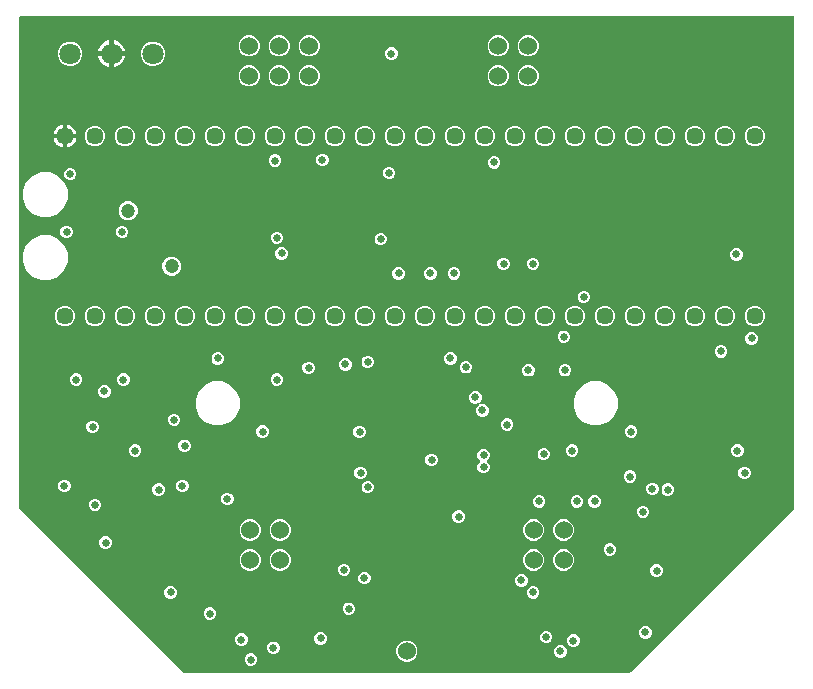
<source format=gbr>
G04 EAGLE Gerber RS-274X export*
G75*
%MOMM*%
%FSLAX34Y34*%
%LPD*%
%INCopper Layer 15*%
%IPPOS*%
%AMOC8*
5,1,8,0,0,1.08239X$1,22.5*%
G01*
%ADD10C,1.447800*%
%ADD11C,1.530000*%
%ADD12C,1.524000*%
%ADD13C,1.800000*%
%ADD14C,0.654000*%
%ADD15C,1.200000*%

G36*
X378852Y2014D02*
X378852Y2014D01*
X378949Y2019D01*
X378992Y2034D01*
X379037Y2041D01*
X379124Y2080D01*
X379215Y2112D01*
X379249Y2137D01*
X379294Y2157D01*
X379391Y2240D01*
X379464Y2293D01*
X517707Y140536D01*
X517764Y140613D01*
X517829Y140684D01*
X517849Y140725D01*
X517876Y140762D01*
X517910Y140852D01*
X517952Y140938D01*
X517958Y140980D01*
X517975Y141026D01*
X517985Y141153D01*
X517999Y141243D01*
X517999Y557000D01*
X517990Y557064D01*
X517991Y557128D01*
X517970Y557203D01*
X517959Y557279D01*
X517933Y557338D01*
X517916Y557400D01*
X517875Y557466D01*
X517843Y557536D01*
X517801Y557585D01*
X517768Y557640D01*
X517710Y557692D01*
X517660Y557750D01*
X517606Y557786D01*
X517558Y557829D01*
X517489Y557862D01*
X517424Y557905D01*
X517362Y557924D01*
X517305Y557952D01*
X517235Y557963D01*
X517154Y557987D01*
X517069Y557988D01*
X517000Y557999D01*
X-137000Y557999D01*
X-137064Y557990D01*
X-137128Y557991D01*
X-137203Y557970D01*
X-137279Y557959D01*
X-137338Y557933D01*
X-137400Y557916D01*
X-137466Y557875D01*
X-137536Y557843D01*
X-137585Y557801D01*
X-137640Y557768D01*
X-137692Y557710D01*
X-137750Y557660D01*
X-137786Y557606D01*
X-137829Y557558D01*
X-137862Y557489D01*
X-137905Y557424D01*
X-137924Y557362D01*
X-137952Y557305D01*
X-137963Y557235D01*
X-137987Y557154D01*
X-137988Y557069D01*
X-137999Y557000D01*
X-137999Y141243D01*
X-137986Y141148D01*
X-137981Y141051D01*
X-137966Y141008D01*
X-137959Y140963D01*
X-137920Y140876D01*
X-137888Y140785D01*
X-137863Y140751D01*
X-137843Y140706D01*
X-137760Y140609D01*
X-137707Y140536D01*
X536Y2293D01*
X613Y2236D01*
X684Y2171D01*
X725Y2151D01*
X762Y2124D01*
X852Y2090D01*
X938Y2048D01*
X980Y2042D01*
X1026Y2025D01*
X1153Y2015D01*
X1243Y2001D01*
X378757Y2001D01*
X378852Y2014D01*
G37*
%LPC*%
G36*
X-119779Y387699D02*
X-119779Y387699D01*
X-126763Y390592D01*
X-132108Y395937D01*
X-135001Y402920D01*
X-135001Y410479D01*
X-132108Y417463D01*
X-126763Y422808D01*
X-119779Y425701D01*
X-112221Y425701D01*
X-105237Y422808D01*
X-99892Y417463D01*
X-96999Y410479D01*
X-96999Y402920D01*
X-99892Y395937D01*
X-105237Y390592D01*
X-112221Y387699D01*
X-119779Y387699D01*
G37*
%LPD*%
%LPC*%
G36*
X-119779Y334299D02*
X-119779Y334299D01*
X-126763Y337192D01*
X-132108Y342537D01*
X-135001Y349520D01*
X-135001Y357079D01*
X-132108Y364063D01*
X-126763Y369408D01*
X-119779Y372301D01*
X-112221Y372301D01*
X-105237Y369408D01*
X-99892Y364063D01*
X-96999Y357079D01*
X-96999Y349520D01*
X-99892Y342537D01*
X-105237Y337192D01*
X-112221Y334299D01*
X-119779Y334299D01*
G37*
%LPD*%
%LPC*%
G36*
X26320Y211499D02*
X26320Y211499D01*
X19520Y214316D01*
X14316Y219520D01*
X11499Y226320D01*
X11499Y233680D01*
X14316Y240480D01*
X19520Y245684D01*
X26320Y248501D01*
X33680Y248501D01*
X40480Y245684D01*
X45684Y240480D01*
X48501Y233680D01*
X48501Y226320D01*
X45684Y219520D01*
X40480Y214316D01*
X33680Y211499D01*
X26320Y211499D01*
G37*
%LPD*%
%LPC*%
G36*
X346320Y211499D02*
X346320Y211499D01*
X339520Y214316D01*
X334316Y219520D01*
X331499Y226320D01*
X331499Y233680D01*
X334316Y240480D01*
X339520Y245684D01*
X346320Y248501D01*
X353680Y248501D01*
X360480Y245684D01*
X365684Y240480D01*
X368501Y233680D01*
X368501Y226320D01*
X365684Y219520D01*
X360480Y214316D01*
X353680Y211499D01*
X346320Y211499D01*
G37*
%LPD*%
%LPC*%
G36*
X-27043Y515729D02*
X-27043Y515729D01*
X-30818Y517293D01*
X-33707Y520182D01*
X-35271Y523957D01*
X-35271Y528043D01*
X-33707Y531818D01*
X-30818Y534707D01*
X-27043Y536271D01*
X-22957Y536271D01*
X-19182Y534707D01*
X-16293Y531818D01*
X-14729Y528043D01*
X-14729Y523957D01*
X-16293Y520182D01*
X-19182Y517293D01*
X-22957Y515729D01*
X-27043Y515729D01*
G37*
%LPD*%
%LPC*%
G36*
X-97043Y515729D02*
X-97043Y515729D01*
X-100818Y517293D01*
X-103707Y520182D01*
X-105271Y523957D01*
X-105271Y528043D01*
X-103707Y531818D01*
X-100818Y534707D01*
X-97043Y536271D01*
X-92957Y536271D01*
X-89182Y534707D01*
X-86293Y531818D01*
X-84729Y528043D01*
X-84729Y523957D01*
X-86293Y520182D01*
X-89182Y517293D01*
X-92957Y515729D01*
X-97043Y515729D01*
G37*
%LPD*%
%LPC*%
G36*
X290926Y523779D02*
X290926Y523779D01*
X287647Y525137D01*
X285137Y527647D01*
X283779Y530926D01*
X283779Y534474D01*
X285137Y537753D01*
X287647Y540263D01*
X290926Y541621D01*
X294474Y541621D01*
X297753Y540263D01*
X300263Y537753D01*
X301621Y534474D01*
X301621Y530926D01*
X300263Y527647D01*
X297753Y525137D01*
X294474Y523779D01*
X290926Y523779D01*
G37*
%LPD*%
%LPC*%
G36*
X265526Y523779D02*
X265526Y523779D01*
X262247Y525137D01*
X259737Y527647D01*
X258379Y530926D01*
X258379Y534474D01*
X259737Y537753D01*
X262247Y540263D01*
X265526Y541621D01*
X269074Y541621D01*
X272353Y540263D01*
X274863Y537753D01*
X276221Y534474D01*
X276221Y530926D01*
X274863Y527647D01*
X272353Y525137D01*
X269074Y523779D01*
X265526Y523779D01*
G37*
%LPD*%
%LPC*%
G36*
X105626Y523779D02*
X105626Y523779D01*
X102347Y525137D01*
X99837Y527647D01*
X98479Y530926D01*
X98479Y534474D01*
X99837Y537753D01*
X102347Y540263D01*
X105626Y541621D01*
X109174Y541621D01*
X112453Y540263D01*
X114963Y537753D01*
X116321Y534474D01*
X116321Y530926D01*
X114963Y527647D01*
X112453Y525137D01*
X109174Y523779D01*
X105626Y523779D01*
G37*
%LPD*%
%LPC*%
G36*
X80226Y523779D02*
X80226Y523779D01*
X76947Y525137D01*
X74437Y527647D01*
X73079Y530926D01*
X73079Y534474D01*
X74437Y537753D01*
X76947Y540263D01*
X80226Y541621D01*
X83774Y541621D01*
X87053Y540263D01*
X89563Y537753D01*
X90921Y534474D01*
X90921Y530926D01*
X89563Y527647D01*
X87053Y525137D01*
X83774Y523779D01*
X80226Y523779D01*
G37*
%LPD*%
%LPC*%
G36*
X54826Y523779D02*
X54826Y523779D01*
X51547Y525137D01*
X49037Y527647D01*
X47679Y530926D01*
X47679Y534474D01*
X49037Y537753D01*
X51547Y540263D01*
X54826Y541621D01*
X58374Y541621D01*
X61653Y540263D01*
X64163Y537753D01*
X65521Y534474D01*
X65521Y530926D01*
X64163Y527647D01*
X61653Y525137D01*
X58374Y523779D01*
X54826Y523779D01*
G37*
%LPD*%
%LPC*%
G36*
X105626Y498379D02*
X105626Y498379D01*
X102347Y499737D01*
X99837Y502247D01*
X98479Y505526D01*
X98479Y509074D01*
X99837Y512353D01*
X102347Y514863D01*
X105626Y516221D01*
X109174Y516221D01*
X112453Y514863D01*
X114963Y512353D01*
X116321Y509074D01*
X116321Y505526D01*
X114963Y502247D01*
X112453Y499737D01*
X109174Y498379D01*
X105626Y498379D01*
G37*
%LPD*%
%LPC*%
G36*
X80226Y498379D02*
X80226Y498379D01*
X76947Y499737D01*
X74437Y502247D01*
X73079Y505526D01*
X73079Y509074D01*
X74437Y512353D01*
X76947Y514863D01*
X80226Y516221D01*
X83774Y516221D01*
X87053Y514863D01*
X89563Y512353D01*
X90921Y509074D01*
X90921Y505526D01*
X89563Y502247D01*
X87053Y499737D01*
X83774Y498379D01*
X80226Y498379D01*
G37*
%LPD*%
%LPC*%
G36*
X54826Y498379D02*
X54826Y498379D01*
X51547Y499737D01*
X49037Y502247D01*
X47679Y505526D01*
X47679Y509074D01*
X49037Y512353D01*
X51547Y514863D01*
X54826Y516221D01*
X58374Y516221D01*
X61653Y514863D01*
X64163Y512353D01*
X65521Y509074D01*
X65521Y505526D01*
X64163Y502247D01*
X61653Y499737D01*
X58374Y498379D01*
X54826Y498379D01*
G37*
%LPD*%
%LPC*%
G36*
X290926Y498379D02*
X290926Y498379D01*
X287647Y499737D01*
X285137Y502247D01*
X283779Y505526D01*
X283779Y509074D01*
X285137Y512353D01*
X287647Y514863D01*
X290926Y516221D01*
X294474Y516221D01*
X297753Y514863D01*
X300263Y512353D01*
X301621Y509074D01*
X301621Y505526D01*
X300263Y502247D01*
X297753Y499737D01*
X294474Y498379D01*
X290926Y498379D01*
G37*
%LPD*%
%LPC*%
G36*
X265526Y498379D02*
X265526Y498379D01*
X262247Y499737D01*
X259737Y502247D01*
X258379Y505526D01*
X258379Y509074D01*
X259737Y512353D01*
X262247Y514863D01*
X265526Y516221D01*
X269074Y516221D01*
X272353Y514863D01*
X274863Y512353D01*
X276221Y509074D01*
X276221Y505526D01*
X274863Y502247D01*
X272353Y499737D01*
X269074Y498379D01*
X265526Y498379D01*
G37*
%LPD*%
%LPC*%
G36*
X320926Y88379D02*
X320926Y88379D01*
X317647Y89737D01*
X315137Y92247D01*
X313779Y95526D01*
X313779Y99074D01*
X315137Y102353D01*
X317647Y104863D01*
X320926Y106221D01*
X324474Y106221D01*
X327753Y104863D01*
X330263Y102353D01*
X331621Y99074D01*
X331621Y95526D01*
X330263Y92247D01*
X327753Y89737D01*
X324474Y88379D01*
X320926Y88379D01*
G37*
%LPD*%
%LPC*%
G36*
X320926Y113779D02*
X320926Y113779D01*
X317647Y115137D01*
X315137Y117647D01*
X313779Y120926D01*
X313779Y124474D01*
X315137Y127753D01*
X317647Y130263D01*
X320926Y131621D01*
X324474Y131621D01*
X327753Y130263D01*
X330263Y127753D01*
X331621Y124474D01*
X331621Y120926D01*
X330263Y117647D01*
X327753Y115137D01*
X324474Y113779D01*
X320926Y113779D01*
G37*
%LPD*%
%LPC*%
G36*
X295526Y113779D02*
X295526Y113779D01*
X292247Y115137D01*
X289737Y117647D01*
X288379Y120926D01*
X288379Y124474D01*
X289737Y127753D01*
X292247Y130263D01*
X295526Y131621D01*
X299074Y131621D01*
X302353Y130263D01*
X304863Y127753D01*
X306221Y124474D01*
X306221Y120926D01*
X304863Y117647D01*
X302353Y115137D01*
X299074Y113779D01*
X295526Y113779D01*
G37*
%LPD*%
%LPC*%
G36*
X80926Y113779D02*
X80926Y113779D01*
X77647Y115137D01*
X75137Y117647D01*
X73779Y120926D01*
X73779Y124474D01*
X75137Y127753D01*
X77647Y130263D01*
X80926Y131621D01*
X84474Y131621D01*
X87753Y130263D01*
X90263Y127753D01*
X91621Y124474D01*
X91621Y120926D01*
X90263Y117647D01*
X87753Y115137D01*
X84474Y113779D01*
X80926Y113779D01*
G37*
%LPD*%
%LPC*%
G36*
X55526Y113779D02*
X55526Y113779D01*
X52247Y115137D01*
X49737Y117647D01*
X48379Y120926D01*
X48379Y124474D01*
X49737Y127753D01*
X52247Y130263D01*
X55526Y131621D01*
X59074Y131621D01*
X62353Y130263D01*
X64863Y127753D01*
X66221Y124474D01*
X66221Y120926D01*
X64863Y117647D01*
X62353Y115137D01*
X59074Y113779D01*
X55526Y113779D01*
G37*
%LPD*%
%LPC*%
G36*
X295526Y88379D02*
X295526Y88379D01*
X292247Y89737D01*
X289737Y92247D01*
X288379Y95526D01*
X288379Y99074D01*
X289737Y102353D01*
X292247Y104863D01*
X295526Y106221D01*
X299074Y106221D01*
X302353Y104863D01*
X304863Y102353D01*
X306221Y99074D01*
X306221Y95526D01*
X304863Y92247D01*
X302353Y89737D01*
X299074Y88379D01*
X295526Y88379D01*
G37*
%LPD*%
%LPC*%
G36*
X80926Y88379D02*
X80926Y88379D01*
X77647Y89737D01*
X75137Y92247D01*
X73779Y95526D01*
X73779Y99074D01*
X75137Y102353D01*
X77647Y104863D01*
X80926Y106221D01*
X84474Y106221D01*
X87753Y104863D01*
X90263Y102353D01*
X91621Y99074D01*
X91621Y95526D01*
X90263Y92247D01*
X87753Y89737D01*
X84474Y88379D01*
X80926Y88379D01*
G37*
%LPD*%
%LPC*%
G36*
X55526Y88379D02*
X55526Y88379D01*
X52247Y89737D01*
X49737Y92247D01*
X48379Y95526D01*
X48379Y99074D01*
X49737Y102353D01*
X52247Y104863D01*
X55526Y106221D01*
X59074Y106221D01*
X62353Y104863D01*
X64863Y102353D01*
X66221Y99074D01*
X66221Y95526D01*
X64863Y92247D01*
X62353Y89737D01*
X59074Y88379D01*
X55526Y88379D01*
G37*
%LPD*%
%LPC*%
G36*
X188232Y11109D02*
X188232Y11109D01*
X184964Y12463D01*
X182463Y14964D01*
X181109Y18231D01*
X181109Y21768D01*
X182463Y25036D01*
X184964Y27537D01*
X188232Y28891D01*
X191768Y28891D01*
X195036Y27537D01*
X197537Y25036D01*
X198891Y21768D01*
X198891Y18231D01*
X197537Y14964D01*
X195036Y12463D01*
X191768Y11109D01*
X188232Y11109D01*
G37*
%LPD*%
%LPC*%
G36*
X356107Y447690D02*
X356107Y447690D01*
X352980Y448986D01*
X350586Y451380D01*
X349290Y454507D01*
X349290Y457893D01*
X350586Y461020D01*
X352980Y463414D01*
X356107Y464710D01*
X359493Y464710D01*
X362620Y463414D01*
X365014Y461020D01*
X366310Y457893D01*
X366310Y454507D01*
X365014Y451380D01*
X362620Y448986D01*
X359493Y447690D01*
X356107Y447690D01*
G37*
%LPD*%
%LPC*%
G36*
X330707Y447690D02*
X330707Y447690D01*
X327580Y448986D01*
X325186Y451380D01*
X323890Y454507D01*
X323890Y457893D01*
X325186Y461020D01*
X327580Y463414D01*
X330707Y464710D01*
X334093Y464710D01*
X337220Y463414D01*
X339614Y461020D01*
X340910Y457893D01*
X340910Y454507D01*
X339614Y451380D01*
X337220Y448986D01*
X334093Y447690D01*
X330707Y447690D01*
G37*
%LPD*%
%LPC*%
G36*
X305307Y447690D02*
X305307Y447690D01*
X302180Y448986D01*
X299786Y451380D01*
X298490Y454507D01*
X298490Y457893D01*
X299786Y461020D01*
X302180Y463414D01*
X305307Y464710D01*
X308693Y464710D01*
X311820Y463414D01*
X314214Y461020D01*
X315510Y457893D01*
X315510Y454507D01*
X314214Y451380D01*
X311820Y448986D01*
X308693Y447690D01*
X305307Y447690D01*
G37*
%LPD*%
%LPC*%
G36*
X279907Y447690D02*
X279907Y447690D01*
X276780Y448986D01*
X274386Y451380D01*
X273090Y454507D01*
X273090Y457893D01*
X274386Y461020D01*
X276780Y463414D01*
X279907Y464710D01*
X283293Y464710D01*
X286420Y463414D01*
X288814Y461020D01*
X290110Y457893D01*
X290110Y454507D01*
X288814Y451380D01*
X286420Y448986D01*
X283293Y447690D01*
X279907Y447690D01*
G37*
%LPD*%
%LPC*%
G36*
X254507Y447690D02*
X254507Y447690D01*
X251380Y448986D01*
X248986Y451380D01*
X247690Y454507D01*
X247690Y457893D01*
X248986Y461020D01*
X251380Y463414D01*
X254507Y464710D01*
X257893Y464710D01*
X261020Y463414D01*
X263414Y461020D01*
X264710Y457893D01*
X264710Y454507D01*
X263414Y451380D01*
X261020Y448986D01*
X257893Y447690D01*
X254507Y447690D01*
G37*
%LPD*%
%LPC*%
G36*
X229107Y447690D02*
X229107Y447690D01*
X225980Y448986D01*
X223586Y451380D01*
X222290Y454507D01*
X222290Y457893D01*
X223586Y461020D01*
X225980Y463414D01*
X229107Y464710D01*
X232493Y464710D01*
X235620Y463414D01*
X238014Y461020D01*
X239310Y457893D01*
X239310Y454507D01*
X238014Y451380D01*
X235620Y448986D01*
X232493Y447690D01*
X229107Y447690D01*
G37*
%LPD*%
%LPC*%
G36*
X203707Y447690D02*
X203707Y447690D01*
X200580Y448986D01*
X198186Y451380D01*
X196890Y454507D01*
X196890Y457893D01*
X198186Y461020D01*
X200580Y463414D01*
X203707Y464710D01*
X207093Y464710D01*
X210220Y463414D01*
X212614Y461020D01*
X213910Y457893D01*
X213910Y454507D01*
X212614Y451380D01*
X210220Y448986D01*
X207093Y447690D01*
X203707Y447690D01*
G37*
%LPD*%
%LPC*%
G36*
X178307Y447690D02*
X178307Y447690D01*
X175180Y448986D01*
X172786Y451380D01*
X171490Y454507D01*
X171490Y457893D01*
X172786Y461020D01*
X175180Y463414D01*
X178307Y464710D01*
X181693Y464710D01*
X184820Y463414D01*
X187214Y461020D01*
X188510Y457893D01*
X188510Y454507D01*
X187214Y451380D01*
X184820Y448986D01*
X181693Y447690D01*
X178307Y447690D01*
G37*
%LPD*%
%LPC*%
G36*
X152907Y447690D02*
X152907Y447690D01*
X149780Y448986D01*
X147386Y451380D01*
X146090Y454507D01*
X146090Y457893D01*
X147386Y461020D01*
X149780Y463414D01*
X152907Y464710D01*
X156293Y464710D01*
X159420Y463414D01*
X161814Y461020D01*
X163110Y457893D01*
X163110Y454507D01*
X161814Y451380D01*
X159420Y448986D01*
X156293Y447690D01*
X152907Y447690D01*
G37*
%LPD*%
%LPC*%
G36*
X127507Y447690D02*
X127507Y447690D01*
X124380Y448986D01*
X121986Y451380D01*
X120690Y454507D01*
X120690Y457893D01*
X121986Y461020D01*
X124380Y463414D01*
X127507Y464710D01*
X130893Y464710D01*
X134020Y463414D01*
X136414Y461020D01*
X137710Y457893D01*
X137710Y454507D01*
X136414Y451380D01*
X134020Y448986D01*
X130893Y447690D01*
X127507Y447690D01*
G37*
%LPD*%
%LPC*%
G36*
X102107Y447690D02*
X102107Y447690D01*
X98980Y448986D01*
X96586Y451380D01*
X95290Y454507D01*
X95290Y457893D01*
X96586Y461020D01*
X98980Y463414D01*
X102107Y464710D01*
X105493Y464710D01*
X108620Y463414D01*
X111014Y461020D01*
X112310Y457893D01*
X112310Y454507D01*
X111014Y451380D01*
X108620Y448986D01*
X105493Y447690D01*
X102107Y447690D01*
G37*
%LPD*%
%LPC*%
G36*
X76707Y447690D02*
X76707Y447690D01*
X73580Y448986D01*
X71186Y451380D01*
X69890Y454507D01*
X69890Y457893D01*
X71186Y461020D01*
X73580Y463414D01*
X76707Y464710D01*
X80093Y464710D01*
X83220Y463414D01*
X85614Y461020D01*
X86910Y457893D01*
X86910Y454507D01*
X85614Y451380D01*
X83220Y448986D01*
X80093Y447690D01*
X76707Y447690D01*
G37*
%LPD*%
%LPC*%
G36*
X51307Y447690D02*
X51307Y447690D01*
X48180Y448986D01*
X45786Y451380D01*
X44490Y454507D01*
X44490Y457893D01*
X45786Y461020D01*
X48180Y463414D01*
X51307Y464710D01*
X54693Y464710D01*
X57820Y463414D01*
X60214Y461020D01*
X61510Y457893D01*
X61510Y454507D01*
X60214Y451380D01*
X57820Y448986D01*
X54693Y447690D01*
X51307Y447690D01*
G37*
%LPD*%
%LPC*%
G36*
X25907Y447690D02*
X25907Y447690D01*
X22780Y448986D01*
X20386Y451380D01*
X19090Y454507D01*
X19090Y457893D01*
X20386Y461020D01*
X22780Y463414D01*
X25907Y464710D01*
X29293Y464710D01*
X32420Y463414D01*
X34814Y461020D01*
X36110Y457893D01*
X36110Y454507D01*
X34814Y451380D01*
X32420Y448986D01*
X29293Y447690D01*
X25907Y447690D01*
G37*
%LPD*%
%LPC*%
G36*
X-24893Y447690D02*
X-24893Y447690D01*
X-28020Y448986D01*
X-30414Y451380D01*
X-31710Y454507D01*
X-31710Y457893D01*
X-30414Y461020D01*
X-28020Y463414D01*
X-24893Y464710D01*
X-21507Y464710D01*
X-18380Y463414D01*
X-15986Y461020D01*
X-14690Y457893D01*
X-14690Y454507D01*
X-15986Y451380D01*
X-18380Y448986D01*
X-21507Y447690D01*
X-24893Y447690D01*
G37*
%LPD*%
%LPC*%
G36*
X-50293Y447690D02*
X-50293Y447690D01*
X-53420Y448986D01*
X-55814Y451380D01*
X-57110Y454507D01*
X-57110Y457893D01*
X-55814Y461020D01*
X-53420Y463414D01*
X-50293Y464710D01*
X-46907Y464710D01*
X-43780Y463414D01*
X-41386Y461020D01*
X-40090Y457893D01*
X-40090Y454507D01*
X-41386Y451380D01*
X-43780Y448986D01*
X-46907Y447690D01*
X-50293Y447690D01*
G37*
%LPD*%
%LPC*%
G36*
X-75693Y447690D02*
X-75693Y447690D01*
X-78820Y448986D01*
X-81214Y451380D01*
X-82510Y454507D01*
X-82510Y457893D01*
X-81214Y461020D01*
X-78820Y463414D01*
X-75693Y464710D01*
X-72307Y464710D01*
X-69180Y463414D01*
X-66786Y461020D01*
X-65490Y457893D01*
X-65490Y454507D01*
X-66786Y451380D01*
X-69180Y448986D01*
X-72307Y447690D01*
X-75693Y447690D01*
G37*
%LPD*%
%LPC*%
G36*
X25907Y295290D02*
X25907Y295290D01*
X22780Y296586D01*
X20386Y298980D01*
X19090Y302107D01*
X19090Y305493D01*
X20386Y308620D01*
X22780Y311014D01*
X25907Y312310D01*
X29293Y312310D01*
X32420Y311014D01*
X34814Y308620D01*
X36110Y305493D01*
X36110Y302107D01*
X34814Y298980D01*
X32420Y296586D01*
X29293Y295290D01*
X25907Y295290D01*
G37*
%LPD*%
%LPC*%
G36*
X51307Y295290D02*
X51307Y295290D01*
X48180Y296586D01*
X45786Y298980D01*
X44490Y302107D01*
X44490Y305493D01*
X45786Y308620D01*
X48180Y311014D01*
X51307Y312310D01*
X54693Y312310D01*
X57820Y311014D01*
X60214Y308620D01*
X61510Y305493D01*
X61510Y302107D01*
X60214Y298980D01*
X57820Y296586D01*
X54693Y295290D01*
X51307Y295290D01*
G37*
%LPD*%
%LPC*%
G36*
X76707Y295290D02*
X76707Y295290D01*
X73580Y296586D01*
X71186Y298980D01*
X69890Y302107D01*
X69890Y305493D01*
X71186Y308620D01*
X73580Y311014D01*
X76707Y312310D01*
X80093Y312310D01*
X83220Y311014D01*
X85614Y308620D01*
X86910Y305493D01*
X86910Y302107D01*
X85614Y298980D01*
X83220Y296586D01*
X80093Y295290D01*
X76707Y295290D01*
G37*
%LPD*%
%LPC*%
G36*
X127507Y295290D02*
X127507Y295290D01*
X124380Y296586D01*
X121986Y298980D01*
X120690Y302107D01*
X120690Y305493D01*
X121986Y308620D01*
X124380Y311014D01*
X127507Y312310D01*
X130893Y312310D01*
X134020Y311014D01*
X136414Y308620D01*
X137710Y305493D01*
X137710Y302107D01*
X136414Y298980D01*
X134020Y296586D01*
X130893Y295290D01*
X127507Y295290D01*
G37*
%LPD*%
%LPC*%
G36*
X483107Y295290D02*
X483107Y295290D01*
X479980Y296586D01*
X477586Y298980D01*
X476290Y302107D01*
X476290Y305493D01*
X477586Y308620D01*
X479980Y311014D01*
X483107Y312310D01*
X486493Y312310D01*
X489620Y311014D01*
X492014Y308620D01*
X493310Y305493D01*
X493310Y302107D01*
X492014Y298980D01*
X489620Y296586D01*
X486493Y295290D01*
X483107Y295290D01*
G37*
%LPD*%
%LPC*%
G36*
X457707Y295290D02*
X457707Y295290D01*
X454580Y296586D01*
X452186Y298980D01*
X450890Y302107D01*
X450890Y305493D01*
X452186Y308620D01*
X454580Y311014D01*
X457707Y312310D01*
X461093Y312310D01*
X464220Y311014D01*
X466614Y308620D01*
X467910Y305493D01*
X467910Y302107D01*
X466614Y298980D01*
X464220Y296586D01*
X461093Y295290D01*
X457707Y295290D01*
G37*
%LPD*%
%LPC*%
G36*
X432307Y295290D02*
X432307Y295290D01*
X429180Y296586D01*
X426786Y298980D01*
X425490Y302107D01*
X425490Y305493D01*
X426786Y308620D01*
X429180Y311014D01*
X432307Y312310D01*
X435693Y312310D01*
X438820Y311014D01*
X441214Y308620D01*
X442510Y305493D01*
X442510Y302107D01*
X441214Y298980D01*
X438820Y296586D01*
X435693Y295290D01*
X432307Y295290D01*
G37*
%LPD*%
%LPC*%
G36*
X406907Y295290D02*
X406907Y295290D01*
X403780Y296586D01*
X401386Y298980D01*
X400090Y302107D01*
X400090Y305493D01*
X401386Y308620D01*
X403780Y311014D01*
X406907Y312310D01*
X410293Y312310D01*
X413420Y311014D01*
X415814Y308620D01*
X417110Y305493D01*
X417110Y302107D01*
X415814Y298980D01*
X413420Y296586D01*
X410293Y295290D01*
X406907Y295290D01*
G37*
%LPD*%
%LPC*%
G36*
X381507Y295290D02*
X381507Y295290D01*
X378380Y296586D01*
X375986Y298980D01*
X374690Y302107D01*
X374690Y305493D01*
X375986Y308620D01*
X378380Y311014D01*
X381507Y312310D01*
X384893Y312310D01*
X388020Y311014D01*
X390414Y308620D01*
X391710Y305493D01*
X391710Y302107D01*
X390414Y298980D01*
X388020Y296586D01*
X384893Y295290D01*
X381507Y295290D01*
G37*
%LPD*%
%LPC*%
G36*
X356107Y295290D02*
X356107Y295290D01*
X352980Y296586D01*
X350586Y298980D01*
X349290Y302107D01*
X349290Y305493D01*
X350586Y308620D01*
X352980Y311014D01*
X356107Y312310D01*
X359493Y312310D01*
X362620Y311014D01*
X365014Y308620D01*
X366310Y305493D01*
X366310Y302107D01*
X365014Y298980D01*
X362620Y296586D01*
X359493Y295290D01*
X356107Y295290D01*
G37*
%LPD*%
%LPC*%
G36*
X330707Y295290D02*
X330707Y295290D01*
X327580Y296586D01*
X325186Y298980D01*
X323890Y302107D01*
X323890Y305493D01*
X325186Y308620D01*
X327580Y311014D01*
X330707Y312310D01*
X334093Y312310D01*
X337220Y311014D01*
X339614Y308620D01*
X340910Y305493D01*
X340910Y302107D01*
X339614Y298980D01*
X337220Y296586D01*
X334093Y295290D01*
X330707Y295290D01*
G37*
%LPD*%
%LPC*%
G36*
X305307Y295290D02*
X305307Y295290D01*
X302180Y296586D01*
X299786Y298980D01*
X298490Y302107D01*
X298490Y305493D01*
X299786Y308620D01*
X302180Y311014D01*
X305307Y312310D01*
X308693Y312310D01*
X311820Y311014D01*
X314214Y308620D01*
X315510Y305493D01*
X315510Y302107D01*
X314214Y298980D01*
X311820Y296586D01*
X308693Y295290D01*
X305307Y295290D01*
G37*
%LPD*%
%LPC*%
G36*
X152907Y295290D02*
X152907Y295290D01*
X149780Y296586D01*
X147386Y298980D01*
X146090Y302107D01*
X146090Y305493D01*
X147386Y308620D01*
X149780Y311014D01*
X152907Y312310D01*
X156293Y312310D01*
X159420Y311014D01*
X161814Y308620D01*
X163110Y305493D01*
X163110Y302107D01*
X161814Y298980D01*
X159420Y296586D01*
X156293Y295290D01*
X152907Y295290D01*
G37*
%LPD*%
%LPC*%
G36*
X-101093Y295290D02*
X-101093Y295290D01*
X-104220Y296586D01*
X-106614Y298980D01*
X-107910Y302107D01*
X-107910Y305493D01*
X-106614Y308620D01*
X-104220Y311014D01*
X-101093Y312310D01*
X-97707Y312310D01*
X-94580Y311014D01*
X-92186Y308620D01*
X-90890Y305493D01*
X-90890Y302107D01*
X-92186Y298980D01*
X-94580Y296586D01*
X-97707Y295290D01*
X-101093Y295290D01*
G37*
%LPD*%
%LPC*%
G36*
X254507Y295290D02*
X254507Y295290D01*
X251380Y296586D01*
X248986Y298980D01*
X247690Y302107D01*
X247690Y305493D01*
X248986Y308620D01*
X251380Y311014D01*
X254507Y312310D01*
X257893Y312310D01*
X261020Y311014D01*
X263414Y308620D01*
X264710Y305493D01*
X264710Y302107D01*
X263414Y298980D01*
X261020Y296586D01*
X257893Y295290D01*
X254507Y295290D01*
G37*
%LPD*%
%LPC*%
G36*
X229107Y295290D02*
X229107Y295290D01*
X225980Y296586D01*
X223586Y298980D01*
X222290Y302107D01*
X222290Y305493D01*
X223586Y308620D01*
X225980Y311014D01*
X229107Y312310D01*
X232493Y312310D01*
X235620Y311014D01*
X238014Y308620D01*
X239310Y305493D01*
X239310Y302107D01*
X238014Y298980D01*
X235620Y296586D01*
X232493Y295290D01*
X229107Y295290D01*
G37*
%LPD*%
%LPC*%
G36*
X102107Y295290D02*
X102107Y295290D01*
X98980Y296586D01*
X96586Y298980D01*
X95290Y302107D01*
X95290Y305493D01*
X96586Y308620D01*
X98980Y311014D01*
X102107Y312310D01*
X105493Y312310D01*
X108620Y311014D01*
X111014Y308620D01*
X112310Y305493D01*
X112310Y302107D01*
X111014Y298980D01*
X108620Y296586D01*
X105493Y295290D01*
X102107Y295290D01*
G37*
%LPD*%
%LPC*%
G36*
X203707Y295290D02*
X203707Y295290D01*
X200580Y296586D01*
X198186Y298980D01*
X196890Y302107D01*
X196890Y305493D01*
X198186Y308620D01*
X200580Y311014D01*
X203707Y312310D01*
X207093Y312310D01*
X210220Y311014D01*
X212614Y308620D01*
X213910Y305493D01*
X213910Y302107D01*
X212614Y298980D01*
X210220Y296586D01*
X207093Y295290D01*
X203707Y295290D01*
G37*
%LPD*%
%LPC*%
G36*
X178307Y295290D02*
X178307Y295290D01*
X175180Y296586D01*
X172786Y298980D01*
X171490Y302107D01*
X171490Y305493D01*
X172786Y308620D01*
X175180Y311014D01*
X178307Y312310D01*
X181693Y312310D01*
X184820Y311014D01*
X187214Y308620D01*
X188510Y305493D01*
X188510Y302107D01*
X187214Y298980D01*
X184820Y296586D01*
X181693Y295290D01*
X178307Y295290D01*
G37*
%LPD*%
%LPC*%
G36*
X279907Y295290D02*
X279907Y295290D01*
X276780Y296586D01*
X274386Y298980D01*
X273090Y302107D01*
X273090Y305493D01*
X274386Y308620D01*
X276780Y311014D01*
X279907Y312310D01*
X283293Y312310D01*
X286420Y311014D01*
X288814Y308620D01*
X290110Y305493D01*
X290110Y302107D01*
X288814Y298980D01*
X286420Y296586D01*
X283293Y295290D01*
X279907Y295290D01*
G37*
%LPD*%
%LPC*%
G36*
X-75693Y295290D02*
X-75693Y295290D01*
X-78820Y296586D01*
X-81214Y298980D01*
X-82510Y302107D01*
X-82510Y305493D01*
X-81214Y308620D01*
X-78820Y311014D01*
X-75693Y312310D01*
X-72307Y312310D01*
X-69180Y311014D01*
X-66786Y308620D01*
X-65490Y305493D01*
X-65490Y302107D01*
X-66786Y298980D01*
X-69180Y296586D01*
X-72307Y295290D01*
X-75693Y295290D01*
G37*
%LPD*%
%LPC*%
G36*
X-50293Y295290D02*
X-50293Y295290D01*
X-53420Y296586D01*
X-55814Y298980D01*
X-57110Y302107D01*
X-57110Y305493D01*
X-55814Y308620D01*
X-53420Y311014D01*
X-50293Y312310D01*
X-46907Y312310D01*
X-43780Y311014D01*
X-41386Y308620D01*
X-40090Y305493D01*
X-40090Y302107D01*
X-41386Y298980D01*
X-43780Y296586D01*
X-46907Y295290D01*
X-50293Y295290D01*
G37*
%LPD*%
%LPC*%
G36*
X-24893Y295290D02*
X-24893Y295290D01*
X-28020Y296586D01*
X-30414Y298980D01*
X-31710Y302107D01*
X-31710Y305493D01*
X-30414Y308620D01*
X-28020Y311014D01*
X-24893Y312310D01*
X-21507Y312310D01*
X-18380Y311014D01*
X-15986Y308620D01*
X-14690Y305493D01*
X-14690Y302107D01*
X-15986Y298980D01*
X-18380Y296586D01*
X-21507Y295290D01*
X-24893Y295290D01*
G37*
%LPD*%
%LPC*%
G36*
X483107Y447690D02*
X483107Y447690D01*
X479980Y448986D01*
X477586Y451380D01*
X476290Y454507D01*
X476290Y457893D01*
X477586Y461020D01*
X479980Y463414D01*
X483107Y464710D01*
X486493Y464710D01*
X489620Y463414D01*
X492014Y461020D01*
X493310Y457893D01*
X493310Y454507D01*
X492014Y451380D01*
X489620Y448986D01*
X486493Y447690D01*
X483107Y447690D01*
G37*
%LPD*%
%LPC*%
G36*
X457707Y447690D02*
X457707Y447690D01*
X454580Y448986D01*
X452186Y451380D01*
X450890Y454507D01*
X450890Y457893D01*
X452186Y461020D01*
X454580Y463414D01*
X457707Y464710D01*
X461093Y464710D01*
X464220Y463414D01*
X466614Y461020D01*
X467910Y457893D01*
X467910Y454507D01*
X466614Y451380D01*
X464220Y448986D01*
X461093Y447690D01*
X457707Y447690D01*
G37*
%LPD*%
%LPC*%
G36*
X432307Y447690D02*
X432307Y447690D01*
X429180Y448986D01*
X426786Y451380D01*
X425490Y454507D01*
X425490Y457893D01*
X426786Y461020D01*
X429180Y463414D01*
X432307Y464710D01*
X435693Y464710D01*
X438820Y463414D01*
X441214Y461020D01*
X442510Y457893D01*
X442510Y454507D01*
X441214Y451380D01*
X438820Y448986D01*
X435693Y447690D01*
X432307Y447690D01*
G37*
%LPD*%
%LPC*%
G36*
X406907Y447690D02*
X406907Y447690D01*
X403780Y448986D01*
X401386Y451380D01*
X400090Y454507D01*
X400090Y457893D01*
X401386Y461020D01*
X403780Y463414D01*
X406907Y464710D01*
X410293Y464710D01*
X413420Y463414D01*
X415814Y461020D01*
X417110Y457893D01*
X417110Y454507D01*
X415814Y451380D01*
X413420Y448986D01*
X410293Y447690D01*
X406907Y447690D01*
G37*
%LPD*%
%LPC*%
G36*
X381507Y447690D02*
X381507Y447690D01*
X378380Y448986D01*
X375986Y451380D01*
X374690Y454507D01*
X374690Y457893D01*
X375986Y461020D01*
X378380Y463414D01*
X381507Y464710D01*
X384893Y464710D01*
X388020Y463414D01*
X390414Y461020D01*
X391710Y457893D01*
X391710Y454507D01*
X390414Y451380D01*
X388020Y448986D01*
X384893Y447690D01*
X381507Y447690D01*
G37*
%LPD*%
%LPC*%
G36*
X507Y447690D02*
X507Y447690D01*
X-2620Y448986D01*
X-5014Y451380D01*
X-6310Y454507D01*
X-6310Y457893D01*
X-5014Y461020D01*
X-2620Y463414D01*
X507Y464710D01*
X3893Y464710D01*
X7020Y463414D01*
X9414Y461020D01*
X10710Y457893D01*
X10710Y454507D01*
X9414Y451380D01*
X7020Y448986D01*
X3893Y447690D01*
X507Y447690D01*
G37*
%LPD*%
%LPC*%
G36*
X507Y295290D02*
X507Y295290D01*
X-2620Y296586D01*
X-5014Y298980D01*
X-6310Y302107D01*
X-6310Y305493D01*
X-5014Y308620D01*
X-2620Y311014D01*
X507Y312310D01*
X3893Y312310D01*
X7020Y311014D01*
X9414Y308620D01*
X10710Y305493D01*
X10710Y302107D01*
X9414Y298980D01*
X7020Y296586D01*
X3893Y295290D01*
X507Y295290D01*
G37*
%LPD*%
%LPC*%
G36*
X-47598Y384935D02*
X-47598Y384935D01*
X-50550Y386158D01*
X-52810Y388418D01*
X-54033Y391370D01*
X-54033Y394566D01*
X-52810Y397518D01*
X-50550Y399778D01*
X-47598Y401001D01*
X-44402Y401001D01*
X-41450Y399778D01*
X-39190Y397518D01*
X-37967Y394566D01*
X-37967Y391370D01*
X-39190Y388418D01*
X-41450Y386158D01*
X-44402Y384935D01*
X-47598Y384935D01*
G37*
%LPD*%
%LPC*%
G36*
X-10598Y337967D02*
X-10598Y337967D01*
X-13550Y339190D01*
X-15810Y341450D01*
X-17033Y344402D01*
X-17033Y347598D01*
X-15810Y350550D01*
X-13550Y352810D01*
X-10598Y354033D01*
X-7402Y354033D01*
X-4450Y352810D01*
X-2190Y350550D01*
X-967Y347598D01*
X-967Y344402D01*
X-2190Y341450D01*
X-4450Y339190D01*
X-7402Y337967D01*
X-10598Y337967D01*
G37*
%LPD*%
%LPC*%
G36*
X253945Y170697D02*
X253945Y170697D01*
X251996Y171505D01*
X250505Y172996D01*
X249697Y174945D01*
X249697Y177055D01*
X250505Y179004D01*
X251794Y180293D01*
X251833Y180345D01*
X251879Y180390D01*
X251917Y180457D01*
X251963Y180519D01*
X251986Y180579D01*
X252018Y180635D01*
X252036Y180710D01*
X252063Y180783D01*
X252068Y180847D01*
X252083Y180909D01*
X252079Y180987D01*
X252085Y181064D01*
X252072Y181127D01*
X252068Y181191D01*
X252043Y181264D01*
X252027Y181340D01*
X251997Y181397D01*
X251976Y181458D01*
X251935Y181514D01*
X251895Y181589D01*
X251836Y181650D01*
X251794Y181707D01*
X250505Y182996D01*
X249697Y184945D01*
X249697Y187055D01*
X250505Y189004D01*
X251996Y190495D01*
X253945Y191303D01*
X256055Y191303D01*
X258004Y190495D01*
X259495Y189004D01*
X260303Y187055D01*
X260303Y184945D01*
X259495Y182996D01*
X258206Y181707D01*
X258167Y181655D01*
X258121Y181610D01*
X258083Y181543D01*
X258036Y181481D01*
X258014Y181421D01*
X257982Y181365D01*
X257964Y181290D01*
X257937Y181217D01*
X257932Y181153D01*
X257917Y181090D01*
X257921Y181013D01*
X257915Y180936D01*
X257928Y180873D01*
X257932Y180809D01*
X257957Y180736D01*
X257973Y180660D01*
X258003Y180603D01*
X258024Y180542D01*
X258065Y180486D01*
X258105Y180411D01*
X258164Y180350D01*
X258206Y180293D01*
X259495Y179004D01*
X260303Y177055D01*
X260303Y174945D01*
X259495Y172996D01*
X258004Y171505D01*
X256055Y170697D01*
X253945Y170697D01*
G37*
%LPD*%
%LPC*%
G36*
X246945Y229697D02*
X246945Y229697D01*
X244996Y230505D01*
X243505Y231996D01*
X242697Y233945D01*
X242697Y236055D01*
X243505Y238004D01*
X244996Y239495D01*
X246945Y240303D01*
X249055Y240303D01*
X251004Y239495D01*
X252495Y238004D01*
X253303Y236055D01*
X253303Y233945D01*
X252495Y231996D01*
X251132Y230632D01*
X251080Y230563D01*
X251020Y230500D01*
X250995Y230451D01*
X250962Y230407D01*
X250932Y230325D01*
X250892Y230248D01*
X250882Y230194D01*
X250863Y230143D01*
X250856Y230056D01*
X250840Y229971D01*
X250845Y229916D01*
X250841Y229862D01*
X250855Y229794D01*
X250811Y229826D01*
X250772Y229865D01*
X250697Y229908D01*
X250626Y229959D01*
X250575Y229977D01*
X250527Y230005D01*
X250442Y230025D01*
X250361Y230054D01*
X250306Y230057D01*
X250252Y230069D01*
X250166Y230065D01*
X250079Y230070D01*
X250030Y230058D01*
X249971Y230055D01*
X249863Y230018D01*
X249780Y229997D01*
X249055Y229697D01*
X246945Y229697D01*
G37*
%LPD*%
%LPC*%
G36*
X252945Y218697D02*
X252945Y218697D01*
X250996Y219505D01*
X249505Y220996D01*
X248697Y222945D01*
X248697Y225055D01*
X249505Y227004D01*
X250869Y228368D01*
X250921Y228437D01*
X250980Y228500D01*
X251005Y228550D01*
X251038Y228593D01*
X251068Y228674D01*
X251108Y228752D01*
X251118Y228806D01*
X251137Y228857D01*
X251144Y228944D01*
X251160Y229029D01*
X251155Y229084D01*
X251159Y229138D01*
X251145Y229206D01*
X251189Y229174D01*
X251228Y229135D01*
X251303Y229092D01*
X251374Y229041D01*
X251425Y229023D01*
X251473Y228995D01*
X251558Y228975D01*
X251639Y228946D01*
X251694Y228943D01*
X251748Y228931D01*
X251834Y228935D01*
X251921Y228930D01*
X251970Y228942D01*
X252029Y228945D01*
X252137Y228982D01*
X252220Y229003D01*
X252945Y229303D01*
X255055Y229303D01*
X257004Y228495D01*
X258495Y227004D01*
X259303Y225055D01*
X259303Y222945D01*
X258495Y220996D01*
X257004Y219505D01*
X255055Y218697D01*
X252945Y218697D01*
G37*
%LPD*%
%LPC*%
G36*
X295945Y342697D02*
X295945Y342697D01*
X293996Y343505D01*
X292505Y344996D01*
X291697Y346945D01*
X291697Y349055D01*
X292505Y351004D01*
X293996Y352495D01*
X295945Y353303D01*
X298055Y353303D01*
X300004Y352495D01*
X301495Y351004D01*
X302303Y349055D01*
X302303Y346945D01*
X301495Y344996D01*
X300004Y343505D01*
X298055Y342697D01*
X295945Y342697D01*
G37*
%LPD*%
%LPC*%
G36*
X228945Y334697D02*
X228945Y334697D01*
X226996Y335505D01*
X225505Y336996D01*
X224697Y338945D01*
X224697Y341055D01*
X225505Y343004D01*
X226996Y344495D01*
X228945Y345303D01*
X231055Y345303D01*
X233004Y344495D01*
X234495Y343004D01*
X235303Y341055D01*
X235303Y338945D01*
X234495Y336996D01*
X233004Y335505D01*
X231055Y334697D01*
X228945Y334697D01*
G37*
%LPD*%
%LPC*%
G36*
X208945Y334697D02*
X208945Y334697D01*
X206996Y335505D01*
X205505Y336996D01*
X204697Y338945D01*
X204697Y341055D01*
X205505Y343004D01*
X206996Y344495D01*
X208945Y345303D01*
X211055Y345303D01*
X213004Y344495D01*
X214495Y343004D01*
X215303Y341055D01*
X215303Y338945D01*
X214495Y336996D01*
X213004Y335505D01*
X211055Y334697D01*
X208945Y334697D01*
G37*
%LPD*%
%LPC*%
G36*
X181945Y334697D02*
X181945Y334697D01*
X179996Y335505D01*
X178505Y336996D01*
X177697Y338945D01*
X177697Y341055D01*
X178505Y343004D01*
X179996Y344495D01*
X181945Y345303D01*
X184055Y345303D01*
X186004Y344495D01*
X187495Y343004D01*
X188303Y341055D01*
X188303Y338945D01*
X187495Y336996D01*
X186004Y335505D01*
X184055Y334697D01*
X181945Y334697D01*
G37*
%LPD*%
%LPC*%
G36*
X338945Y314697D02*
X338945Y314697D01*
X336996Y315505D01*
X335505Y316996D01*
X334697Y318945D01*
X334697Y321055D01*
X335505Y323004D01*
X336996Y324495D01*
X338945Y325303D01*
X341055Y325303D01*
X343004Y324495D01*
X344495Y323004D01*
X345303Y321055D01*
X345303Y318945D01*
X344495Y316996D01*
X343004Y315505D01*
X341055Y314697D01*
X338945Y314697D01*
G37*
%LPD*%
%LPC*%
G36*
X270945Y342697D02*
X270945Y342697D01*
X268996Y343505D01*
X267505Y344996D01*
X266697Y346945D01*
X266697Y349055D01*
X267505Y351004D01*
X268996Y352495D01*
X270945Y353303D01*
X273055Y353303D01*
X275004Y352495D01*
X276495Y351004D01*
X277303Y349055D01*
X277303Y346945D01*
X276495Y344996D01*
X275004Y343505D01*
X273055Y342697D01*
X270945Y342697D01*
G37*
%LPD*%
%LPC*%
G36*
X321945Y280999D02*
X321945Y280999D01*
X319996Y281807D01*
X318505Y283298D01*
X317697Y285247D01*
X317697Y287357D01*
X318505Y289306D01*
X319996Y290797D01*
X321945Y291605D01*
X324055Y291605D01*
X326004Y290797D01*
X327495Y289306D01*
X328303Y287357D01*
X328303Y285247D01*
X327495Y283298D01*
X326004Y281807D01*
X324055Y280999D01*
X321945Y280999D01*
G37*
%LPD*%
%LPC*%
G36*
X480945Y279697D02*
X480945Y279697D01*
X478996Y280505D01*
X477505Y281996D01*
X476697Y283945D01*
X476697Y286055D01*
X477505Y288004D01*
X478996Y289495D01*
X480945Y290303D01*
X483055Y290303D01*
X485004Y289495D01*
X486495Y288004D01*
X487303Y286055D01*
X487303Y283945D01*
X486495Y281996D01*
X485004Y280505D01*
X483055Y279697D01*
X480945Y279697D01*
G37*
%LPD*%
%LPC*%
G36*
X455011Y268697D02*
X455011Y268697D01*
X453062Y269505D01*
X451571Y270996D01*
X450763Y272945D01*
X450763Y275055D01*
X451571Y277004D01*
X453062Y278495D01*
X455011Y279303D01*
X457121Y279303D01*
X459070Y278495D01*
X460561Y277004D01*
X461369Y275055D01*
X461369Y272945D01*
X460561Y270996D01*
X459070Y269505D01*
X457121Y268697D01*
X455011Y268697D01*
G37*
%LPD*%
%LPC*%
G36*
X225945Y262697D02*
X225945Y262697D01*
X223996Y263505D01*
X222505Y264996D01*
X221697Y266945D01*
X221697Y269055D01*
X222505Y271004D01*
X223996Y272495D01*
X225945Y273303D01*
X228055Y273303D01*
X230004Y272495D01*
X231495Y271004D01*
X232303Y269055D01*
X232303Y266945D01*
X231495Y264996D01*
X230004Y263505D01*
X228055Y262697D01*
X225945Y262697D01*
G37*
%LPD*%
%LPC*%
G36*
X28945Y262697D02*
X28945Y262697D01*
X26996Y263505D01*
X25505Y264996D01*
X24697Y266945D01*
X24697Y269055D01*
X25505Y271004D01*
X26996Y272495D01*
X28945Y273303D01*
X31055Y273303D01*
X33004Y272495D01*
X34495Y271004D01*
X35303Y269055D01*
X35303Y266945D01*
X34495Y264996D01*
X33004Y263505D01*
X31055Y262697D01*
X28945Y262697D01*
G37*
%LPD*%
%LPC*%
G36*
X155945Y259697D02*
X155945Y259697D01*
X153996Y260505D01*
X152505Y261996D01*
X151697Y263945D01*
X151697Y266055D01*
X152505Y268004D01*
X153996Y269495D01*
X155945Y270303D01*
X158055Y270303D01*
X160004Y269495D01*
X161495Y268004D01*
X162303Y266055D01*
X162303Y263945D01*
X161495Y261996D01*
X160004Y260505D01*
X158055Y259697D01*
X155945Y259697D01*
G37*
%LPD*%
%LPC*%
G36*
X136945Y257697D02*
X136945Y257697D01*
X134996Y258505D01*
X133505Y259996D01*
X132697Y261945D01*
X132697Y264055D01*
X133505Y266004D01*
X134996Y267495D01*
X136945Y268303D01*
X139055Y268303D01*
X141004Y267495D01*
X142495Y266004D01*
X143303Y264055D01*
X143303Y261945D01*
X142495Y259996D01*
X141004Y258505D01*
X139055Y257697D01*
X136945Y257697D01*
G37*
%LPD*%
%LPC*%
G36*
X238945Y255253D02*
X238945Y255253D01*
X236996Y256061D01*
X235505Y257552D01*
X234697Y259501D01*
X234697Y261611D01*
X235505Y263560D01*
X236996Y265051D01*
X238945Y265859D01*
X241055Y265859D01*
X243004Y265051D01*
X244495Y263560D01*
X245303Y261611D01*
X245303Y259501D01*
X244495Y257552D01*
X243004Y256061D01*
X241055Y255253D01*
X238945Y255253D01*
G37*
%LPD*%
%LPC*%
G36*
X105945Y254697D02*
X105945Y254697D01*
X103996Y255505D01*
X102505Y256996D01*
X101697Y258945D01*
X101697Y261055D01*
X102505Y263004D01*
X103996Y264495D01*
X105945Y265303D01*
X108055Y265303D01*
X110004Y264495D01*
X111495Y263004D01*
X112303Y261055D01*
X112303Y258945D01*
X111495Y256996D01*
X110004Y255505D01*
X108055Y254697D01*
X105945Y254697D01*
G37*
%LPD*%
%LPC*%
G36*
X322945Y252697D02*
X322945Y252697D01*
X320996Y253505D01*
X319505Y254996D01*
X318697Y256945D01*
X318697Y259055D01*
X319505Y261004D01*
X320996Y262495D01*
X322945Y263303D01*
X325055Y263303D01*
X327004Y262495D01*
X328495Y261004D01*
X329303Y259055D01*
X329303Y256945D01*
X328495Y254996D01*
X327004Y253505D01*
X325055Y252697D01*
X322945Y252697D01*
G37*
%LPD*%
%LPC*%
G36*
X291945Y252697D02*
X291945Y252697D01*
X289996Y253505D01*
X288505Y254996D01*
X287697Y256945D01*
X287697Y259055D01*
X288505Y261004D01*
X289996Y262495D01*
X291945Y263303D01*
X294055Y263303D01*
X296004Y262495D01*
X297495Y261004D01*
X298303Y259055D01*
X298303Y256945D01*
X297495Y254996D01*
X296004Y253505D01*
X294055Y252697D01*
X291945Y252697D01*
G37*
%LPD*%
%LPC*%
G36*
X78945Y244697D02*
X78945Y244697D01*
X76996Y245505D01*
X75505Y246996D01*
X74697Y248945D01*
X74697Y251055D01*
X75505Y253004D01*
X76996Y254495D01*
X78945Y255303D01*
X81055Y255303D01*
X83004Y254495D01*
X84495Y253004D01*
X85303Y251055D01*
X85303Y248945D01*
X84495Y246996D01*
X83004Y245505D01*
X81055Y244697D01*
X78945Y244697D01*
G37*
%LPD*%
%LPC*%
G36*
X-51055Y244697D02*
X-51055Y244697D01*
X-53004Y245505D01*
X-54495Y246996D01*
X-55303Y248945D01*
X-55303Y251055D01*
X-54495Y253004D01*
X-53004Y254495D01*
X-51055Y255303D01*
X-48945Y255303D01*
X-46996Y254495D01*
X-45505Y253004D01*
X-44697Y251055D01*
X-44697Y248945D01*
X-45505Y246996D01*
X-46996Y245505D01*
X-48945Y244697D01*
X-51055Y244697D01*
G37*
%LPD*%
%LPC*%
G36*
X-91055Y244697D02*
X-91055Y244697D01*
X-93004Y245505D01*
X-94495Y246996D01*
X-95303Y248945D01*
X-95303Y251055D01*
X-94495Y253004D01*
X-93004Y254495D01*
X-91055Y255303D01*
X-88945Y255303D01*
X-86996Y254495D01*
X-85505Y253004D01*
X-84697Y251055D01*
X-84697Y248945D01*
X-85505Y246996D01*
X-86996Y245505D01*
X-88945Y244697D01*
X-91055Y244697D01*
G37*
%LPD*%
%LPC*%
G36*
X-67055Y234697D02*
X-67055Y234697D01*
X-69004Y235505D01*
X-70495Y236996D01*
X-71303Y238945D01*
X-71303Y241055D01*
X-70495Y243004D01*
X-69004Y244495D01*
X-67055Y245303D01*
X-64945Y245303D01*
X-62996Y244495D01*
X-61505Y243004D01*
X-60697Y241055D01*
X-60697Y238945D01*
X-61505Y236996D01*
X-62996Y235505D01*
X-64945Y234697D01*
X-67055Y234697D01*
G37*
%LPD*%
%LPC*%
G36*
X175945Y520697D02*
X175945Y520697D01*
X173996Y521505D01*
X172505Y522996D01*
X171697Y524945D01*
X171697Y527055D01*
X172505Y529004D01*
X173996Y530495D01*
X175945Y531303D01*
X178055Y531303D01*
X180004Y530495D01*
X181495Y529004D01*
X182303Y527055D01*
X182303Y524945D01*
X181495Y522996D01*
X180004Y521505D01*
X178055Y520697D01*
X175945Y520697D01*
G37*
%LPD*%
%LPC*%
G36*
X117565Y430697D02*
X117565Y430697D01*
X115616Y431505D01*
X114125Y432996D01*
X113317Y434945D01*
X113317Y437055D01*
X114125Y439004D01*
X115616Y440495D01*
X117565Y441303D01*
X119675Y441303D01*
X121624Y440495D01*
X123115Y439004D01*
X123923Y437055D01*
X123923Y434945D01*
X123115Y432996D01*
X121624Y431505D01*
X119675Y430697D01*
X117565Y430697D01*
G37*
%LPD*%
%LPC*%
G36*
X-8055Y210697D02*
X-8055Y210697D01*
X-10004Y211505D01*
X-11495Y212996D01*
X-12303Y214945D01*
X-12303Y217055D01*
X-11495Y219004D01*
X-10004Y220495D01*
X-8055Y221303D01*
X-5945Y221303D01*
X-3996Y220495D01*
X-2505Y219004D01*
X-1697Y217055D01*
X-1697Y214945D01*
X-2505Y212996D01*
X-3996Y211505D01*
X-5945Y210697D01*
X-8055Y210697D01*
G37*
%LPD*%
%LPC*%
G36*
X273945Y206697D02*
X273945Y206697D01*
X271996Y207505D01*
X270505Y208996D01*
X269697Y210945D01*
X269697Y213055D01*
X270505Y215004D01*
X271996Y216495D01*
X273945Y217303D01*
X276055Y217303D01*
X278004Y216495D01*
X279495Y215004D01*
X280303Y213055D01*
X280303Y210945D01*
X279495Y208996D01*
X278004Y207505D01*
X276055Y206697D01*
X273945Y206697D01*
G37*
%LPD*%
%LPC*%
G36*
X-77055Y204697D02*
X-77055Y204697D01*
X-79004Y205505D01*
X-80495Y206996D01*
X-81303Y208945D01*
X-81303Y211055D01*
X-80495Y213004D01*
X-79004Y214495D01*
X-77055Y215303D01*
X-74945Y215303D01*
X-72996Y214495D01*
X-71505Y213004D01*
X-70697Y211055D01*
X-70697Y208945D01*
X-71505Y206996D01*
X-72996Y205505D01*
X-74945Y204697D01*
X-77055Y204697D01*
G37*
%LPD*%
%LPC*%
G36*
X378945Y200697D02*
X378945Y200697D01*
X376996Y201505D01*
X375505Y202996D01*
X374697Y204945D01*
X374697Y207055D01*
X375505Y209004D01*
X376996Y210495D01*
X378945Y211303D01*
X381055Y211303D01*
X383004Y210495D01*
X384495Y209004D01*
X385303Y207055D01*
X385303Y204945D01*
X384495Y202996D01*
X383004Y201505D01*
X381055Y200697D01*
X378945Y200697D01*
G37*
%LPD*%
%LPC*%
G36*
X66945Y200697D02*
X66945Y200697D01*
X64996Y201505D01*
X63505Y202996D01*
X62697Y204945D01*
X62697Y207055D01*
X63505Y209004D01*
X64996Y210495D01*
X66945Y211303D01*
X69055Y211303D01*
X71004Y210495D01*
X72495Y209004D01*
X73303Y207055D01*
X73303Y204945D01*
X72495Y202996D01*
X71004Y201505D01*
X69055Y200697D01*
X66945Y200697D01*
G37*
%LPD*%
%LPC*%
G36*
X148945Y200395D02*
X148945Y200395D01*
X146996Y201203D01*
X145505Y202694D01*
X144697Y204643D01*
X144697Y206753D01*
X145505Y208702D01*
X146996Y210193D01*
X148945Y211001D01*
X151055Y211001D01*
X153004Y210193D01*
X154495Y208702D01*
X155303Y206753D01*
X155303Y204643D01*
X154495Y202694D01*
X153004Y201203D01*
X151055Y200395D01*
X148945Y200395D01*
G37*
%LPD*%
%LPC*%
G36*
X468945Y184697D02*
X468945Y184697D01*
X466996Y185505D01*
X465505Y186996D01*
X464697Y188945D01*
X464697Y191055D01*
X465505Y193004D01*
X466996Y194495D01*
X468945Y195303D01*
X471055Y195303D01*
X473004Y194495D01*
X474495Y193004D01*
X475303Y191055D01*
X475303Y188945D01*
X474495Y186996D01*
X473004Y185505D01*
X471055Y184697D01*
X468945Y184697D01*
G37*
%LPD*%
%LPC*%
G36*
X328945Y184697D02*
X328945Y184697D01*
X326996Y185505D01*
X325505Y186996D01*
X324697Y188945D01*
X324697Y191055D01*
X325505Y193004D01*
X326996Y194495D01*
X328945Y195303D01*
X331055Y195303D01*
X333004Y194495D01*
X334495Y193004D01*
X335303Y191055D01*
X335303Y188945D01*
X334495Y186996D01*
X333004Y185505D01*
X331055Y184697D01*
X328945Y184697D01*
G37*
%LPD*%
%LPC*%
G36*
X-41055Y184697D02*
X-41055Y184697D01*
X-43004Y185505D01*
X-44495Y186996D01*
X-45303Y188945D01*
X-45303Y191055D01*
X-44495Y193004D01*
X-43004Y194495D01*
X-41055Y195303D01*
X-38945Y195303D01*
X-36996Y194495D01*
X-35505Y193004D01*
X-34697Y191055D01*
X-34697Y188945D01*
X-35505Y186996D01*
X-36996Y185505D01*
X-38945Y184697D01*
X-41055Y184697D01*
G37*
%LPD*%
%LPC*%
G36*
X304945Y181697D02*
X304945Y181697D01*
X302996Y182505D01*
X301505Y183996D01*
X300697Y185945D01*
X300697Y188055D01*
X301505Y190004D01*
X302996Y191495D01*
X304945Y192303D01*
X307055Y192303D01*
X309004Y191495D01*
X310495Y190004D01*
X311303Y188055D01*
X311303Y185945D01*
X310495Y183996D01*
X309004Y182505D01*
X307055Y181697D01*
X304945Y181697D01*
G37*
%LPD*%
%LPC*%
G36*
X77401Y430153D02*
X77401Y430153D01*
X75452Y430961D01*
X73961Y432452D01*
X73153Y434401D01*
X73153Y436511D01*
X73961Y438460D01*
X75452Y439952D01*
X77401Y440759D01*
X79511Y440759D01*
X81460Y439952D01*
X82952Y438460D01*
X83759Y436511D01*
X83759Y434401D01*
X82952Y432452D01*
X81460Y430961D01*
X79511Y430153D01*
X77401Y430153D01*
G37*
%LPD*%
%LPC*%
G36*
X209945Y176697D02*
X209945Y176697D01*
X207996Y177505D01*
X206505Y178996D01*
X205697Y180945D01*
X205697Y183055D01*
X206505Y185004D01*
X207996Y186495D01*
X209945Y187303D01*
X212055Y187303D01*
X214004Y186495D01*
X215495Y185004D01*
X216303Y183055D01*
X216303Y180945D01*
X215495Y178996D01*
X214004Y177505D01*
X212055Y176697D01*
X209945Y176697D01*
G37*
%LPD*%
%LPC*%
G36*
X474945Y165697D02*
X474945Y165697D01*
X472996Y166505D01*
X471505Y167996D01*
X470697Y169945D01*
X470697Y172055D01*
X471505Y174004D01*
X472996Y175495D01*
X474945Y176303D01*
X477055Y176303D01*
X479004Y175495D01*
X480495Y174004D01*
X481303Y172055D01*
X481303Y169945D01*
X480495Y167996D01*
X479004Y166505D01*
X477055Y165697D01*
X474945Y165697D01*
G37*
%LPD*%
%LPC*%
G36*
X149945Y165697D02*
X149945Y165697D01*
X147996Y166505D01*
X146505Y167996D01*
X145697Y169945D01*
X145697Y172055D01*
X146505Y174004D01*
X147996Y175495D01*
X149945Y176303D01*
X152055Y176303D01*
X154004Y175495D01*
X155495Y174004D01*
X156303Y172055D01*
X156303Y169945D01*
X155495Y167996D01*
X154004Y166505D01*
X152055Y165697D01*
X149945Y165697D01*
G37*
%LPD*%
%LPC*%
G36*
X262945Y428697D02*
X262945Y428697D01*
X260996Y429505D01*
X259505Y430996D01*
X258697Y432945D01*
X258697Y435055D01*
X259505Y437004D01*
X260996Y438495D01*
X262945Y439303D01*
X265055Y439303D01*
X267004Y438495D01*
X268495Y437004D01*
X269303Y435055D01*
X269303Y432945D01*
X268495Y430996D01*
X267004Y429505D01*
X265055Y428697D01*
X262945Y428697D01*
G37*
%LPD*%
%LPC*%
G36*
X-101055Y154697D02*
X-101055Y154697D01*
X-103004Y155505D01*
X-104495Y156996D01*
X-105303Y158945D01*
X-105303Y161055D01*
X-104495Y163004D01*
X-103004Y164495D01*
X-101055Y165303D01*
X-98945Y165303D01*
X-96996Y164495D01*
X-95505Y163004D01*
X-94697Y161055D01*
X-94697Y158945D01*
X-95505Y156996D01*
X-96996Y155505D01*
X-98945Y154697D01*
X-101055Y154697D01*
G37*
%LPD*%
%LPC*%
G36*
X155945Y153697D02*
X155945Y153697D01*
X153996Y154505D01*
X152505Y155996D01*
X151697Y157945D01*
X151697Y160055D01*
X152505Y162004D01*
X153996Y163495D01*
X155945Y164303D01*
X158055Y164303D01*
X160004Y163495D01*
X161495Y162004D01*
X162303Y160055D01*
X162303Y157945D01*
X161495Y155996D01*
X160004Y154505D01*
X158055Y153697D01*
X155945Y153697D01*
G37*
%LPD*%
%LPC*%
G36*
X396945Y152253D02*
X396945Y152253D01*
X394996Y153061D01*
X393505Y154552D01*
X392697Y156501D01*
X392697Y158611D01*
X393505Y160560D01*
X394996Y162051D01*
X396945Y162859D01*
X399055Y162859D01*
X401004Y162051D01*
X402495Y160560D01*
X403303Y158611D01*
X403303Y156501D01*
X402495Y154552D01*
X401004Y153061D01*
X399055Y152253D01*
X396945Y152253D01*
G37*
%LPD*%
%LPC*%
G36*
X409945Y151697D02*
X409945Y151697D01*
X407996Y152505D01*
X406505Y153996D01*
X405697Y155945D01*
X405697Y158055D01*
X406505Y160004D01*
X407996Y161495D01*
X409945Y162303D01*
X412055Y162303D01*
X414004Y161495D01*
X415495Y160004D01*
X416303Y158055D01*
X416303Y155945D01*
X415495Y153996D01*
X414004Y152505D01*
X412055Y151697D01*
X409945Y151697D01*
G37*
%LPD*%
%LPC*%
G36*
X-21055Y151697D02*
X-21055Y151697D01*
X-23004Y152505D01*
X-24495Y153996D01*
X-25303Y155945D01*
X-25303Y158055D01*
X-24495Y160004D01*
X-23004Y161495D01*
X-21055Y162303D01*
X-18945Y162303D01*
X-16996Y161495D01*
X-15505Y160004D01*
X-14697Y158055D01*
X-14697Y155945D01*
X-15505Y153996D01*
X-16996Y152505D01*
X-18945Y151697D01*
X-21055Y151697D01*
G37*
%LPD*%
%LPC*%
G36*
X36945Y143697D02*
X36945Y143697D01*
X34996Y144505D01*
X33505Y145996D01*
X32697Y147945D01*
X32697Y150055D01*
X33505Y152004D01*
X34996Y153495D01*
X36945Y154303D01*
X39055Y154303D01*
X41004Y153495D01*
X42495Y152004D01*
X43303Y150055D01*
X43303Y147945D01*
X42495Y145996D01*
X41004Y144505D01*
X39055Y143697D01*
X36945Y143697D01*
G37*
%LPD*%
%LPC*%
G36*
X347945Y141697D02*
X347945Y141697D01*
X345996Y142505D01*
X344505Y143996D01*
X343697Y145945D01*
X343697Y148055D01*
X344505Y150004D01*
X345996Y151495D01*
X347945Y152303D01*
X350055Y152303D01*
X352004Y151495D01*
X353495Y150004D01*
X354303Y148055D01*
X354303Y145945D01*
X353495Y143996D01*
X352004Y142505D01*
X350055Y141697D01*
X347945Y141697D01*
G37*
%LPD*%
%LPC*%
G36*
X332945Y141697D02*
X332945Y141697D01*
X330996Y142505D01*
X329505Y143996D01*
X328697Y145945D01*
X328697Y148055D01*
X329505Y150004D01*
X330996Y151495D01*
X332945Y152303D01*
X335055Y152303D01*
X337004Y151495D01*
X338495Y150004D01*
X339303Y148055D01*
X339303Y145945D01*
X338495Y143996D01*
X337004Y142505D01*
X335055Y141697D01*
X332945Y141697D01*
G37*
%LPD*%
%LPC*%
G36*
X300945Y141697D02*
X300945Y141697D01*
X298996Y142505D01*
X297505Y143996D01*
X296697Y145945D01*
X296697Y148055D01*
X297505Y150004D01*
X298996Y151495D01*
X300945Y152303D01*
X303055Y152303D01*
X305004Y151495D01*
X306495Y150004D01*
X307303Y148055D01*
X307303Y145945D01*
X306495Y143996D01*
X305004Y142505D01*
X303055Y141697D01*
X300945Y141697D01*
G37*
%LPD*%
%LPC*%
G36*
X-75055Y138697D02*
X-75055Y138697D01*
X-77004Y139505D01*
X-78495Y140996D01*
X-79303Y142945D01*
X-79303Y145055D01*
X-78495Y147004D01*
X-77004Y148495D01*
X-75055Y149303D01*
X-72945Y149303D01*
X-70996Y148495D01*
X-69505Y147004D01*
X-68697Y145055D01*
X-68697Y142945D01*
X-69505Y140996D01*
X-70996Y139505D01*
X-72945Y138697D01*
X-75055Y138697D01*
G37*
%LPD*%
%LPC*%
G36*
X388945Y132697D02*
X388945Y132697D01*
X386996Y133505D01*
X385505Y134996D01*
X384697Y136945D01*
X384697Y139055D01*
X385505Y141004D01*
X386996Y142495D01*
X388945Y143303D01*
X391055Y143303D01*
X393004Y142495D01*
X394495Y141004D01*
X395303Y139055D01*
X395303Y136945D01*
X394495Y134996D01*
X393004Y133505D01*
X391055Y132697D01*
X388945Y132697D01*
G37*
%LPD*%
%LPC*%
G36*
X232945Y128697D02*
X232945Y128697D01*
X230996Y129505D01*
X229505Y130996D01*
X228697Y132945D01*
X228697Y135055D01*
X229505Y137004D01*
X230996Y138495D01*
X232945Y139303D01*
X235055Y139303D01*
X237004Y138495D01*
X238495Y137004D01*
X239303Y135055D01*
X239303Y132945D01*
X238495Y130996D01*
X237004Y129505D01*
X235055Y128697D01*
X232945Y128697D01*
G37*
%LPD*%
%LPC*%
G36*
X173945Y419697D02*
X173945Y419697D01*
X171996Y420505D01*
X170505Y421996D01*
X169697Y423945D01*
X169697Y426055D01*
X170505Y428004D01*
X171996Y429495D01*
X173945Y430303D01*
X176055Y430303D01*
X178004Y429495D01*
X179495Y428004D01*
X180303Y426055D01*
X180303Y423945D01*
X179495Y421996D01*
X178004Y420505D01*
X176055Y419697D01*
X173945Y419697D01*
G37*
%LPD*%
%LPC*%
G36*
X-96055Y418697D02*
X-96055Y418697D01*
X-98004Y419505D01*
X-99495Y420996D01*
X-100303Y422945D01*
X-100303Y425055D01*
X-99495Y427004D01*
X-98004Y428495D01*
X-96055Y429303D01*
X-93945Y429303D01*
X-91996Y428495D01*
X-90505Y427004D01*
X-89697Y425055D01*
X-89697Y422945D01*
X-90505Y420996D01*
X-91996Y419505D01*
X-93945Y418697D01*
X-96055Y418697D01*
G37*
%LPD*%
%LPC*%
G36*
X-52055Y369697D02*
X-52055Y369697D01*
X-54004Y370505D01*
X-55495Y371996D01*
X-56303Y373945D01*
X-56303Y376055D01*
X-55495Y378004D01*
X-54004Y379495D01*
X-52055Y380303D01*
X-49945Y380303D01*
X-47996Y379495D01*
X-46505Y378004D01*
X-45697Y376055D01*
X-45697Y373945D01*
X-46505Y371996D01*
X-47996Y370505D01*
X-49945Y369697D01*
X-52055Y369697D01*
G37*
%LPD*%
%LPC*%
G36*
X-99055Y369697D02*
X-99055Y369697D01*
X-101004Y370505D01*
X-102495Y371996D01*
X-103303Y373945D01*
X-103303Y376055D01*
X-102495Y378004D01*
X-101004Y379495D01*
X-99055Y380303D01*
X-96945Y380303D01*
X-94996Y379495D01*
X-93505Y378004D01*
X-92697Y376055D01*
X-92697Y373945D01*
X-93505Y371996D01*
X-94996Y370505D01*
X-96945Y369697D01*
X-99055Y369697D01*
G37*
%LPD*%
%LPC*%
G36*
X-66055Y106697D02*
X-66055Y106697D01*
X-68004Y107505D01*
X-69495Y108996D01*
X-70303Y110945D01*
X-70303Y113055D01*
X-69495Y115004D01*
X-68004Y116495D01*
X-66055Y117303D01*
X-63945Y117303D01*
X-61996Y116495D01*
X-60505Y115004D01*
X-59697Y113055D01*
X-59697Y110945D01*
X-60505Y108996D01*
X-61996Y107505D01*
X-63945Y106697D01*
X-66055Y106697D01*
G37*
%LPD*%
%LPC*%
G36*
X360945Y100697D02*
X360945Y100697D01*
X358996Y101505D01*
X357505Y102996D01*
X356697Y104945D01*
X356697Y107055D01*
X357505Y109004D01*
X358996Y110495D01*
X360945Y111303D01*
X363055Y111303D01*
X365004Y110495D01*
X366495Y109004D01*
X367303Y107055D01*
X367303Y104945D01*
X366495Y102996D01*
X365004Y101505D01*
X363055Y100697D01*
X360945Y100697D01*
G37*
%LPD*%
%LPC*%
G36*
X377945Y162697D02*
X377945Y162697D01*
X375996Y163505D01*
X374505Y164996D01*
X373697Y166945D01*
X373697Y169055D01*
X374505Y171004D01*
X375996Y172495D01*
X377945Y173303D01*
X380055Y173303D01*
X382004Y172495D01*
X383495Y171004D01*
X384303Y169055D01*
X384303Y166945D01*
X383495Y164996D01*
X382004Y163505D01*
X380055Y162697D01*
X377945Y162697D01*
G37*
%LPD*%
%LPC*%
G36*
X78945Y364697D02*
X78945Y364697D01*
X76996Y365505D01*
X75505Y366996D01*
X74697Y368945D01*
X74697Y371055D01*
X75505Y373004D01*
X76996Y374495D01*
X78945Y375303D01*
X81055Y375303D01*
X83004Y374495D01*
X84495Y373004D01*
X85303Y371055D01*
X85303Y368945D01*
X84495Y366996D01*
X83004Y365505D01*
X81055Y364697D01*
X78945Y364697D01*
G37*
%LPD*%
%LPC*%
G36*
X166945Y363697D02*
X166945Y363697D01*
X164996Y364505D01*
X163505Y365996D01*
X162697Y367945D01*
X162697Y370055D01*
X163505Y372004D01*
X164996Y373495D01*
X166945Y374303D01*
X169055Y374303D01*
X171004Y373495D01*
X172495Y372004D01*
X173303Y370055D01*
X173303Y367945D01*
X172495Y365996D01*
X171004Y364505D01*
X169055Y363697D01*
X166945Y363697D01*
G37*
%LPD*%
%LPC*%
G36*
X82945Y351697D02*
X82945Y351697D01*
X80996Y352505D01*
X79505Y353996D01*
X78697Y355945D01*
X78697Y358055D01*
X79505Y360004D01*
X80996Y361495D01*
X82945Y362303D01*
X85055Y362303D01*
X87004Y361495D01*
X88495Y360004D01*
X89303Y358055D01*
X89303Y355945D01*
X88495Y353996D01*
X87004Y352505D01*
X85055Y351697D01*
X82945Y351697D01*
G37*
%LPD*%
%LPC*%
G36*
X135945Y83697D02*
X135945Y83697D01*
X133996Y84505D01*
X132505Y85996D01*
X131697Y87945D01*
X131697Y90055D01*
X132505Y92004D01*
X133996Y93495D01*
X135945Y94303D01*
X138055Y94303D01*
X140004Y93495D01*
X141495Y92004D01*
X142303Y90055D01*
X142303Y87945D01*
X141495Y85996D01*
X140004Y84505D01*
X138055Y83697D01*
X135945Y83697D01*
G37*
%LPD*%
%LPC*%
G36*
X400574Y83042D02*
X400574Y83042D01*
X398625Y83849D01*
X397134Y85341D01*
X396326Y87290D01*
X396326Y89399D01*
X397134Y91349D01*
X398625Y92840D01*
X400574Y93647D01*
X402684Y93647D01*
X404633Y92840D01*
X406125Y91349D01*
X406932Y89399D01*
X406932Y87290D01*
X406125Y85341D01*
X404633Y83849D01*
X402684Y83042D01*
X400574Y83042D01*
G37*
%LPD*%
%LPC*%
G36*
X152945Y76697D02*
X152945Y76697D01*
X150996Y77505D01*
X149505Y78996D01*
X148697Y80945D01*
X148697Y83055D01*
X149505Y85004D01*
X150996Y86495D01*
X152945Y87303D01*
X155055Y87303D01*
X157004Y86495D01*
X158495Y85004D01*
X159303Y83055D01*
X159303Y80945D01*
X158495Y78996D01*
X157004Y77505D01*
X155055Y76697D01*
X152945Y76697D01*
G37*
%LPD*%
%LPC*%
G36*
X285945Y74697D02*
X285945Y74697D01*
X283996Y75505D01*
X282505Y76996D01*
X281697Y78945D01*
X281697Y81055D01*
X282505Y83004D01*
X283996Y84495D01*
X285945Y85303D01*
X288055Y85303D01*
X290004Y84495D01*
X291495Y83004D01*
X292303Y81055D01*
X292303Y78945D01*
X291495Y76996D01*
X290004Y75505D01*
X288055Y74697D01*
X285945Y74697D01*
G37*
%LPD*%
%LPC*%
G36*
X295945Y64697D02*
X295945Y64697D01*
X293996Y65505D01*
X292505Y66996D01*
X291697Y68945D01*
X291697Y71055D01*
X292505Y73004D01*
X293996Y74495D01*
X295945Y75303D01*
X298055Y75303D01*
X300004Y74495D01*
X301495Y73004D01*
X302303Y71055D01*
X302303Y68945D01*
X301495Y66996D01*
X300004Y65505D01*
X298055Y64697D01*
X295945Y64697D01*
G37*
%LPD*%
%LPC*%
G36*
X-11055Y64697D02*
X-11055Y64697D01*
X-13004Y65505D01*
X-14495Y66996D01*
X-15303Y68945D01*
X-15303Y71055D01*
X-14495Y73004D01*
X-13004Y74495D01*
X-11055Y75303D01*
X-8945Y75303D01*
X-6996Y74495D01*
X-5505Y73004D01*
X-4697Y71055D01*
X-4697Y68945D01*
X-5505Y66996D01*
X-6996Y65505D01*
X-8945Y64697D01*
X-11055Y64697D01*
G37*
%LPD*%
%LPC*%
G36*
X139945Y50697D02*
X139945Y50697D01*
X137996Y51505D01*
X136505Y52996D01*
X135697Y54945D01*
X135697Y57055D01*
X136505Y59004D01*
X137996Y60495D01*
X139945Y61303D01*
X142055Y61303D01*
X144004Y60495D01*
X145495Y59004D01*
X146303Y57055D01*
X146303Y54945D01*
X145495Y52996D01*
X144004Y51505D01*
X142055Y50697D01*
X139945Y50697D01*
G37*
%LPD*%
%LPC*%
G36*
X22273Y46641D02*
X22273Y46641D01*
X20324Y47449D01*
X18832Y48940D01*
X18025Y50889D01*
X18025Y52999D01*
X18832Y54948D01*
X20324Y56439D01*
X22273Y57247D01*
X24382Y57247D01*
X26331Y56439D01*
X27823Y54948D01*
X28630Y52999D01*
X28630Y50889D01*
X27823Y48940D01*
X26331Y47449D01*
X24382Y46641D01*
X22273Y46641D01*
G37*
%LPD*%
%LPC*%
G36*
X390945Y30697D02*
X390945Y30697D01*
X388996Y31505D01*
X387505Y32996D01*
X386697Y34945D01*
X386697Y37055D01*
X387505Y39004D01*
X388996Y40495D01*
X390945Y41303D01*
X393055Y41303D01*
X395004Y40495D01*
X396495Y39004D01*
X397303Y37055D01*
X397303Y34945D01*
X396495Y32996D01*
X395004Y31505D01*
X393055Y30697D01*
X390945Y30697D01*
G37*
%LPD*%
%LPC*%
G36*
X306945Y26697D02*
X306945Y26697D01*
X304996Y27505D01*
X303505Y28996D01*
X302697Y30945D01*
X302697Y33055D01*
X303505Y35004D01*
X304996Y36495D01*
X306945Y37303D01*
X309055Y37303D01*
X311004Y36495D01*
X312495Y35004D01*
X313303Y33055D01*
X313303Y30945D01*
X312495Y28996D01*
X311004Y27505D01*
X309055Y26697D01*
X306945Y26697D01*
G37*
%LPD*%
%LPC*%
G36*
X115945Y25697D02*
X115945Y25697D01*
X113996Y26505D01*
X112505Y27996D01*
X111697Y29945D01*
X111697Y32055D01*
X112505Y34004D01*
X113996Y35495D01*
X115945Y36303D01*
X118055Y36303D01*
X120004Y35495D01*
X121495Y34004D01*
X122303Y32055D01*
X122303Y29945D01*
X121495Y27996D01*
X120004Y26505D01*
X118055Y25697D01*
X115945Y25697D01*
G37*
%LPD*%
%LPC*%
G36*
X48945Y24697D02*
X48945Y24697D01*
X46996Y25505D01*
X45505Y26996D01*
X44697Y28945D01*
X44697Y31055D01*
X45505Y33004D01*
X46996Y34495D01*
X48945Y35303D01*
X51055Y35303D01*
X53004Y34495D01*
X54495Y33004D01*
X55303Y31055D01*
X55303Y28945D01*
X54495Y26996D01*
X53004Y25505D01*
X51055Y24697D01*
X48945Y24697D01*
G37*
%LPD*%
%LPC*%
G36*
X329945Y23697D02*
X329945Y23697D01*
X327996Y24505D01*
X326505Y25996D01*
X325697Y27945D01*
X325697Y30055D01*
X326505Y32004D01*
X327996Y33495D01*
X329945Y34303D01*
X332055Y34303D01*
X334004Y33495D01*
X335495Y32004D01*
X336303Y30055D01*
X336303Y27945D01*
X335495Y25996D01*
X334004Y24505D01*
X332055Y23697D01*
X329945Y23697D01*
G37*
%LPD*%
%LPC*%
G36*
X467945Y350697D02*
X467945Y350697D01*
X465996Y351505D01*
X464505Y352996D01*
X463697Y354945D01*
X463697Y357055D01*
X464505Y359004D01*
X465996Y360495D01*
X467945Y361303D01*
X470055Y361303D01*
X472004Y360495D01*
X473495Y359004D01*
X474303Y357055D01*
X474303Y354945D01*
X473495Y352996D01*
X472004Y351505D01*
X470055Y350697D01*
X467945Y350697D01*
G37*
%LPD*%
%LPC*%
G36*
X75945Y17697D02*
X75945Y17697D01*
X73996Y18505D01*
X72505Y19996D01*
X71697Y21945D01*
X71697Y24055D01*
X72505Y26004D01*
X73996Y27495D01*
X75945Y28303D01*
X78055Y28303D01*
X80004Y27495D01*
X81495Y26004D01*
X82303Y24055D01*
X82303Y21945D01*
X81495Y19996D01*
X80004Y18505D01*
X78055Y17697D01*
X75945Y17697D01*
G37*
%LPD*%
%LPC*%
G36*
X318945Y14697D02*
X318945Y14697D01*
X316996Y15505D01*
X315505Y16996D01*
X314697Y18945D01*
X314697Y21055D01*
X315505Y23004D01*
X316996Y24495D01*
X318945Y25303D01*
X321055Y25303D01*
X323004Y24495D01*
X324495Y23004D01*
X325303Y21055D01*
X325303Y18945D01*
X324495Y16996D01*
X323004Y15505D01*
X321055Y14697D01*
X318945Y14697D01*
G37*
%LPD*%
%LPC*%
G36*
X56945Y7697D02*
X56945Y7697D01*
X54996Y8505D01*
X53505Y9996D01*
X52697Y11945D01*
X52697Y14055D01*
X53505Y16004D01*
X54996Y17495D01*
X56945Y18303D01*
X59055Y18303D01*
X61004Y17495D01*
X62495Y16004D01*
X63303Y14055D01*
X63303Y11945D01*
X62495Y9996D01*
X61004Y8505D01*
X59055Y7697D01*
X56945Y7697D01*
G37*
%LPD*%
%LPC*%
G36*
X945Y188697D02*
X945Y188697D01*
X-1004Y189505D01*
X-2495Y190996D01*
X-3303Y192945D01*
X-3303Y195055D01*
X-2495Y197004D01*
X-1004Y198495D01*
X945Y199303D01*
X3055Y199303D01*
X5004Y198495D01*
X6495Y197004D01*
X7303Y195055D01*
X7303Y192945D01*
X6495Y190996D01*
X5004Y189505D01*
X3055Y188697D01*
X945Y188697D01*
G37*
%LPD*%
%LPC*%
G36*
X-1055Y154697D02*
X-1055Y154697D01*
X-3004Y155505D01*
X-4495Y156996D01*
X-5303Y158945D01*
X-5303Y161055D01*
X-4495Y163004D01*
X-3004Y164495D01*
X-1055Y165303D01*
X1055Y165303D01*
X3004Y164495D01*
X4495Y163004D01*
X5303Y161055D01*
X5303Y158945D01*
X4495Y156996D01*
X3004Y155505D01*
X1055Y154697D01*
X-1055Y154697D01*
G37*
%LPD*%
%LPC*%
G36*
X-71368Y527999D02*
X-71368Y527999D01*
X-71257Y528702D01*
X-70695Y530430D01*
X-69870Y532049D01*
X-68803Y533518D01*
X-67518Y534803D01*
X-66049Y535870D01*
X-64430Y536695D01*
X-62702Y537257D01*
X-61999Y537368D01*
X-61999Y527999D01*
X-71368Y527999D01*
G37*
%LPD*%
%LPC*%
G36*
X-62702Y514743D02*
X-62702Y514743D01*
X-64430Y515305D01*
X-66049Y516130D01*
X-67518Y517197D01*
X-68803Y518482D01*
X-69870Y519951D01*
X-70695Y521570D01*
X-71257Y523298D01*
X-71368Y524001D01*
X-61999Y524001D01*
X-61999Y514632D01*
X-62702Y514743D01*
G37*
%LPD*%
%LPC*%
G36*
X-58001Y527999D02*
X-58001Y527999D01*
X-58001Y537368D01*
X-57298Y537257D01*
X-55570Y536695D01*
X-53951Y535870D01*
X-52482Y534803D01*
X-51197Y533518D01*
X-50130Y532049D01*
X-49305Y530430D01*
X-48743Y528702D01*
X-48632Y527999D01*
X-58001Y527999D01*
G37*
%LPD*%
%LPC*%
G36*
X-58001Y524001D02*
X-58001Y524001D01*
X-48632Y524001D01*
X-48670Y523764D01*
X-48670Y523763D01*
X-48743Y523298D01*
X-49305Y521570D01*
X-50130Y519951D01*
X-51197Y518482D01*
X-52482Y517197D01*
X-53951Y516130D01*
X-55570Y515305D01*
X-57298Y514743D01*
X-58001Y514632D01*
X-58001Y524001D01*
G37*
%LPD*%
%LPC*%
G36*
X-108985Y458199D02*
X-108985Y458199D01*
X-108939Y458490D01*
X-108463Y459954D01*
X-107764Y461326D01*
X-106860Y462571D01*
X-105771Y463660D01*
X-104526Y464564D01*
X-103154Y465263D01*
X-101690Y465739D01*
X-101399Y465785D01*
X-101399Y458199D01*
X-108985Y458199D01*
G37*
%LPD*%
%LPC*%
G36*
X-101690Y446661D02*
X-101690Y446661D01*
X-103154Y447137D01*
X-104526Y447836D01*
X-105771Y448740D01*
X-106860Y449829D01*
X-107764Y451074D01*
X-108463Y452446D01*
X-108939Y453910D01*
X-108985Y454201D01*
X-101399Y454201D01*
X-101399Y446615D01*
X-101690Y446661D01*
G37*
%LPD*%
%LPC*%
G36*
X-97401Y458199D02*
X-97401Y458199D01*
X-97401Y465785D01*
X-97110Y465739D01*
X-95646Y465263D01*
X-94274Y464564D01*
X-93029Y463660D01*
X-91940Y462571D01*
X-91036Y461326D01*
X-90337Y459954D01*
X-89861Y458490D01*
X-89815Y458199D01*
X-97401Y458199D01*
G37*
%LPD*%
%LPC*%
G36*
X-97401Y454201D02*
X-97401Y454201D01*
X-89815Y454201D01*
X-89861Y453910D01*
X-90337Y452446D01*
X-91036Y451074D01*
X-91940Y449829D01*
X-93029Y448740D01*
X-94274Y447836D01*
X-95646Y447137D01*
X-97110Y446661D01*
X-97401Y446615D01*
X-97401Y454201D01*
G37*
%LPD*%
%LPC*%
G36*
X-60001Y525999D02*
X-60001Y525999D01*
X-60001Y526001D01*
X-59999Y526001D01*
X-59999Y525999D01*
X-60001Y525999D01*
G37*
%LPD*%
%LPC*%
G36*
X-99401Y456199D02*
X-99401Y456199D01*
X-99401Y456201D01*
X-99399Y456201D01*
X-99399Y456199D01*
X-99401Y456199D01*
G37*
%LPD*%
D10*
X-99400Y303800D03*
X-74000Y303800D03*
X-48600Y303800D03*
X-23200Y303800D03*
X2200Y303800D03*
X27600Y303800D03*
X53000Y303800D03*
X78400Y303800D03*
X103800Y303800D03*
X129200Y303800D03*
X154600Y303800D03*
X180000Y303800D03*
X205400Y303800D03*
X230800Y303800D03*
X281600Y303800D03*
X307000Y303800D03*
X332400Y303800D03*
X357800Y303800D03*
X230800Y456200D03*
X205400Y456200D03*
X180000Y456200D03*
X154600Y456200D03*
X129200Y456200D03*
X103800Y456200D03*
X78400Y456200D03*
X53000Y456200D03*
X27600Y456200D03*
X2200Y456200D03*
X-23200Y456200D03*
X-48600Y456200D03*
X-74000Y456200D03*
X-99400Y456200D03*
X256200Y303800D03*
X357800Y456200D03*
X332400Y456200D03*
X307000Y456200D03*
X281600Y456200D03*
X256200Y456200D03*
X383200Y303800D03*
X408600Y303800D03*
X434000Y303800D03*
X459400Y303800D03*
X484800Y303800D03*
X484800Y456200D03*
X383200Y456200D03*
X408600Y456200D03*
X434000Y456200D03*
X459400Y456200D03*
D11*
X322700Y122700D03*
X322700Y97300D03*
X297300Y122700D03*
X297300Y97300D03*
X82700Y122700D03*
X82700Y97300D03*
X57300Y122700D03*
X57300Y97300D03*
X267300Y507300D03*
X267300Y532700D03*
X292700Y507300D03*
X292700Y532700D03*
D12*
X190000Y20000D03*
D13*
X-60000Y526000D03*
X-25000Y526000D03*
X-95000Y526000D03*
D11*
X56600Y532700D03*
X82000Y532700D03*
X107400Y532700D03*
X56600Y507300D03*
X82000Y507300D03*
X107400Y507300D03*
D14*
X-95000Y424000D03*
X154000Y82000D03*
X255000Y176000D03*
X234000Y134000D03*
X23328Y51944D03*
X308000Y32000D03*
X183000Y340000D03*
X38000Y149000D03*
X349000Y147000D03*
X84000Y357000D03*
X-20000Y157000D03*
X398000Y157556D03*
X470000Y190000D03*
X401629Y88345D03*
X-74000Y144000D03*
X-90000Y250000D03*
X-100000Y160000D03*
X392000Y36000D03*
X248000Y235000D03*
X137000Y89000D03*
X-10000Y70000D03*
X334000Y147000D03*
X482000Y285000D03*
X476000Y171000D03*
X117000Y31000D03*
X151000Y171000D03*
X157000Y159000D03*
X211000Y182000D03*
X275000Y212000D03*
X254000Y224000D03*
X68000Y206000D03*
X264000Y434000D03*
X177000Y526000D03*
X-50000Y250000D03*
X324000Y258000D03*
X293000Y258000D03*
X469000Y356000D03*
D15*
X-9000Y346000D03*
D14*
X77000Y23000D03*
X138000Y263000D03*
X227000Y268000D03*
X323000Y286302D03*
X141000Y56000D03*
X-66000Y240000D03*
X255000Y186000D03*
X150000Y205698D03*
X-98000Y375000D03*
X-51000Y375000D03*
X272000Y348000D03*
X297000Y348000D03*
X118620Y436000D03*
X78456Y435456D03*
X490000Y236000D03*
X-66000Y406000D03*
X453000Y120000D03*
X343620Y29000D03*
X-106000Y202000D03*
X230000Y250000D03*
X325000Y426000D03*
X241620Y340000D03*
X162356Y424644D03*
X70552Y33985D03*
X83940Y34000D03*
X-50000Y100000D03*
X-40386Y90376D03*
X-65000Y179000D03*
X352940Y35000D03*
X461420Y128490D03*
X490000Y247940D03*
X80000Y261620D03*
X-82000Y406000D03*
X-52000Y409000D03*
X272000Y361698D03*
X297000Y361698D03*
X157000Y265000D03*
X330000Y190000D03*
X168000Y369000D03*
X80000Y370000D03*
X240000Y260556D03*
X175000Y425000D03*
X107000Y260000D03*
X306000Y187000D03*
X230000Y340000D03*
X302000Y147000D03*
X210000Y340000D03*
X456066Y274000D03*
X297000Y70000D03*
X80000Y250000D03*
X-65000Y112000D03*
X0Y160000D03*
X-76000Y210000D03*
X-40000Y190000D03*
X-7000Y216000D03*
X30000Y268000D03*
X379000Y168000D03*
X390000Y138000D03*
X411000Y157000D03*
X380000Y206000D03*
X2000Y194000D03*
X340000Y320000D03*
X50000Y30000D03*
X58000Y13000D03*
X320000Y20000D03*
X331000Y29000D03*
X287000Y80000D03*
X362000Y106000D03*
D15*
X-46000Y392968D03*
M02*

</source>
